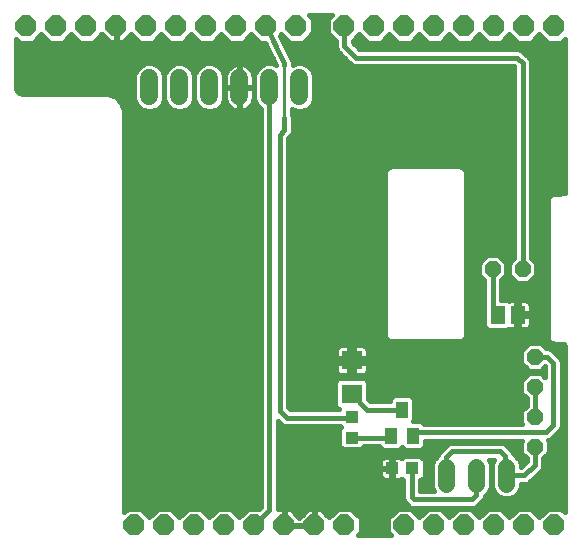
<source format=gtl>
G75*
%MOIN*%
%OFA0B0*%
%FSLAX24Y24*%
%IPPOS*%
%LPD*%
%AMOC8*
5,1,8,0,0,1.08239X$1,22.5*
%
%ADD10OC8,0.0700*%
%ADD11C,0.0600*%
%ADD12R,0.0394X0.0551*%
%ADD13R,0.0710X0.0630*%
%ADD14R,0.0433X0.0394*%
%ADD15OC8,0.0520*%
%ADD16C,0.0560*%
%ADD17R,0.0512X0.0591*%
%ADD18C,0.0160*%
%ADD19R,0.0396X0.0396*%
%ADD20C,0.0100*%
D10*
X004380Y000840D03*
X005380Y000840D03*
X006380Y000840D03*
X007380Y000840D03*
X008380Y000840D03*
X009380Y000840D03*
X010380Y000840D03*
X011380Y000840D03*
X013380Y000840D03*
X014380Y000840D03*
X015380Y000840D03*
X016380Y000840D03*
X017380Y000840D03*
X018380Y000840D03*
X018380Y017480D03*
X017380Y017480D03*
X016380Y017480D03*
X015380Y017480D03*
X014380Y017480D03*
X013380Y017480D03*
X012380Y017480D03*
X011380Y017480D03*
X009780Y017480D03*
X008780Y017480D03*
X007780Y017480D03*
X006780Y017480D03*
X005780Y017480D03*
X004780Y017480D03*
X003780Y017480D03*
X002780Y017480D03*
X001780Y017480D03*
X000780Y017480D03*
D11*
X004880Y015740D02*
X004880Y015140D01*
X005880Y015140D02*
X005880Y015740D01*
X006880Y015740D02*
X006880Y015140D01*
X007880Y015140D02*
X007880Y015740D01*
X008880Y015740D02*
X008880Y015140D01*
X009880Y015140D02*
X009880Y015740D01*
D12*
X013300Y004693D03*
X012926Y003827D03*
X013674Y003827D03*
D13*
X011620Y005220D03*
X011620Y006340D03*
D14*
X011620Y004435D03*
X011620Y003765D03*
X012965Y002740D03*
X013635Y002740D03*
D15*
X017730Y003455D03*
X017730Y004455D03*
X017730Y005455D03*
X017730Y006455D03*
X017320Y009380D03*
X016320Y009380D03*
D16*
X016780Y002780D02*
X016780Y002220D01*
X015780Y002220D02*
X015780Y002780D01*
X014780Y002780D02*
X014780Y002220D01*
D17*
X016485Y007860D03*
X017155Y007860D03*
D18*
X004040Y001278D02*
X004040Y014671D01*
X003940Y014914D01*
X003754Y015100D01*
X003511Y015200D01*
X000680Y015200D01*
X000633Y015205D01*
X000547Y015240D01*
X000480Y015307D01*
X000445Y015393D01*
X000440Y015440D01*
X000440Y017042D01*
X000552Y016930D01*
X001008Y016930D01*
X001280Y017202D01*
X001552Y016930D01*
X002008Y016930D01*
X002280Y017202D01*
X002552Y016930D01*
X003008Y016930D01*
X003294Y017216D01*
X003560Y016950D01*
X003760Y016950D01*
X003760Y017460D01*
X003800Y017460D01*
X003800Y016950D01*
X004000Y016950D01*
X004266Y017216D01*
X004552Y016930D01*
X005008Y016930D01*
X005280Y017202D01*
X005552Y016930D01*
X006008Y016930D01*
X006280Y017202D01*
X006552Y016930D01*
X007008Y016930D01*
X007280Y017202D01*
X007552Y016930D01*
X008008Y016930D01*
X008280Y017202D01*
X008552Y016930D01*
X008735Y016930D01*
X009091Y016194D01*
X008979Y016240D01*
X008781Y016240D01*
X008597Y016164D01*
X008456Y016023D01*
X008380Y015839D01*
X008380Y015041D01*
X008456Y014857D01*
X008597Y014716D01*
X008600Y014715D01*
X008600Y001456D01*
X008534Y001390D01*
X008152Y001390D01*
X007880Y001118D01*
X007608Y001390D01*
X007152Y001390D01*
X006880Y001118D01*
X006608Y001390D01*
X006152Y001390D01*
X005880Y001118D01*
X005608Y001390D01*
X005152Y001390D01*
X004880Y001118D01*
X004608Y001390D01*
X004152Y001390D01*
X004040Y001278D01*
X004040Y001352D02*
X004114Y001352D01*
X004040Y001510D02*
X008600Y001510D01*
X008600Y001669D02*
X004040Y001669D01*
X004040Y001827D02*
X008600Y001827D01*
X008600Y001986D02*
X004040Y001986D01*
X004040Y002144D02*
X008600Y002144D01*
X008600Y002303D02*
X004040Y002303D01*
X004040Y002461D02*
X008600Y002461D01*
X008600Y002620D02*
X004040Y002620D01*
X004040Y002778D02*
X008600Y002778D01*
X008600Y002937D02*
X004040Y002937D01*
X004040Y003095D02*
X008600Y003095D01*
X008600Y003254D02*
X004040Y003254D01*
X004040Y003412D02*
X008600Y003412D01*
X008600Y003571D02*
X004040Y003571D01*
X004040Y003729D02*
X008600Y003729D01*
X008600Y003888D02*
X004040Y003888D01*
X004040Y004046D02*
X008600Y004046D01*
X008600Y004205D02*
X004040Y004205D01*
X004040Y004363D02*
X008600Y004363D01*
X008600Y004522D02*
X004040Y004522D01*
X004040Y004680D02*
X008600Y004680D01*
X008600Y004839D02*
X004040Y004839D01*
X004040Y004997D02*
X008600Y004997D01*
X008600Y005156D02*
X004040Y005156D01*
X004040Y005314D02*
X008600Y005314D01*
X008600Y005473D02*
X004040Y005473D01*
X004040Y005631D02*
X008600Y005631D01*
X008600Y005790D02*
X004040Y005790D01*
X004040Y005948D02*
X008600Y005948D01*
X008600Y006107D02*
X004040Y006107D01*
X004040Y006265D02*
X008600Y006265D01*
X008600Y006424D02*
X004040Y006424D01*
X004040Y006582D02*
X008600Y006582D01*
X008600Y006741D02*
X004040Y006741D01*
X004040Y006899D02*
X008600Y006899D01*
X008600Y007058D02*
X004040Y007058D01*
X004040Y007216D02*
X008600Y007216D01*
X008600Y007375D02*
X004040Y007375D01*
X004040Y007533D02*
X008600Y007533D01*
X008600Y007692D02*
X004040Y007692D01*
X004040Y007850D02*
X008600Y007850D01*
X008600Y008009D02*
X004040Y008009D01*
X004040Y008167D02*
X008600Y008167D01*
X008600Y008326D02*
X004040Y008326D01*
X004040Y008484D02*
X008600Y008484D01*
X008600Y008643D02*
X004040Y008643D01*
X004040Y008801D02*
X008600Y008801D01*
X008600Y008960D02*
X004040Y008960D01*
X004040Y009118D02*
X008600Y009118D01*
X008600Y009277D02*
X004040Y009277D01*
X004040Y009435D02*
X008600Y009435D01*
X008600Y009594D02*
X004040Y009594D01*
X004040Y009752D02*
X008600Y009752D01*
X008600Y009911D02*
X004040Y009911D01*
X004040Y010069D02*
X008600Y010069D01*
X008600Y010228D02*
X004040Y010228D01*
X004040Y010386D02*
X008600Y010386D01*
X008600Y010545D02*
X004040Y010545D01*
X004040Y010703D02*
X008600Y010703D01*
X008600Y010862D02*
X004040Y010862D01*
X004040Y011020D02*
X008600Y011020D01*
X008600Y011179D02*
X004040Y011179D01*
X004040Y011337D02*
X008600Y011337D01*
X008600Y011496D02*
X004040Y011496D01*
X004040Y011654D02*
X008600Y011654D01*
X008600Y011813D02*
X004040Y011813D01*
X004040Y011971D02*
X008600Y011971D01*
X008600Y012130D02*
X004040Y012130D01*
X004040Y012288D02*
X008600Y012288D01*
X008600Y012447D02*
X004040Y012447D01*
X004040Y012605D02*
X008600Y012605D01*
X008600Y012764D02*
X004040Y012764D01*
X004040Y012922D02*
X008600Y012922D01*
X008600Y013081D02*
X004040Y013081D01*
X004040Y013239D02*
X008600Y013239D01*
X008600Y013398D02*
X004040Y013398D01*
X004040Y013556D02*
X008600Y013556D01*
X008600Y013715D02*
X004040Y013715D01*
X004040Y013873D02*
X008600Y013873D01*
X008600Y014032D02*
X004040Y014032D01*
X004040Y014190D02*
X008600Y014190D01*
X008600Y014349D02*
X004040Y014349D01*
X004040Y014507D02*
X008600Y014507D01*
X008600Y014666D02*
X007953Y014666D01*
X007918Y014660D02*
X007992Y014672D01*
X008064Y014695D01*
X008132Y014729D01*
X008193Y014774D01*
X008246Y014827D01*
X008291Y014888D01*
X008325Y014956D01*
X008348Y015028D01*
X008360Y015102D01*
X008360Y015420D01*
X007900Y015420D01*
X007900Y015460D01*
X007860Y015460D01*
X007860Y016220D01*
X007842Y016220D01*
X007768Y016208D01*
X007696Y016185D01*
X007628Y016151D01*
X007567Y016106D01*
X007514Y016053D01*
X007469Y015992D01*
X007435Y015924D01*
X007412Y015852D01*
X007400Y015778D01*
X007400Y015460D01*
X007860Y015460D01*
X007860Y015420D01*
X007400Y015420D01*
X007400Y015102D01*
X007412Y015028D01*
X007435Y014956D01*
X007469Y014888D01*
X007514Y014827D01*
X007567Y014774D01*
X007628Y014729D01*
X007696Y014695D01*
X007768Y014672D01*
X007842Y014660D01*
X007860Y014660D01*
X007860Y015420D01*
X007900Y015420D01*
X007900Y014660D01*
X007918Y014660D01*
X007900Y014666D02*
X007860Y014666D01*
X007807Y014666D02*
X007041Y014666D01*
X006979Y014640D02*
X007163Y014716D01*
X007304Y014857D01*
X007380Y015041D01*
X007380Y015839D01*
X007304Y016023D01*
X007163Y016164D01*
X006979Y016240D01*
X006781Y016240D01*
X006597Y016164D01*
X006456Y016023D01*
X006380Y015839D01*
X006304Y016023D01*
X006163Y016164D01*
X005979Y016240D01*
X005781Y016240D01*
X005597Y016164D01*
X005456Y016023D01*
X005380Y015839D01*
X005304Y016023D01*
X005163Y016164D01*
X004979Y016240D01*
X004781Y016240D01*
X004597Y016164D01*
X004456Y016023D01*
X004380Y015839D01*
X004380Y015041D01*
X004456Y014857D01*
X004597Y014716D01*
X004781Y014640D01*
X004979Y014640D01*
X005163Y014716D01*
X005304Y014857D01*
X005380Y015041D01*
X005380Y015839D01*
X005380Y015041D01*
X005456Y014857D01*
X005597Y014716D01*
X005781Y014640D01*
X005979Y014640D01*
X006163Y014716D01*
X006304Y014857D01*
X006380Y015041D01*
X006380Y015839D01*
X006380Y015041D01*
X006456Y014857D01*
X006597Y014716D01*
X006781Y014640D01*
X006979Y014640D01*
X007271Y014824D02*
X007517Y014824D01*
X007426Y014983D02*
X007356Y014983D01*
X007380Y015141D02*
X007400Y015141D01*
X007400Y015300D02*
X007380Y015300D01*
X007380Y015458D02*
X007860Y015458D01*
X007900Y015458D02*
X008380Y015458D01*
X008360Y015460D02*
X008360Y015778D01*
X008348Y015852D01*
X008325Y015924D01*
X008291Y015992D01*
X008246Y016053D01*
X008193Y016106D01*
X008132Y016151D01*
X008064Y016185D01*
X007992Y016208D01*
X007918Y016220D01*
X007900Y016220D01*
X007900Y015460D01*
X008360Y015460D01*
X008360Y015617D02*
X008380Y015617D01*
X008380Y015775D02*
X008360Y015775D01*
X008320Y015934D02*
X008419Y015934D01*
X008525Y016092D02*
X008207Y016092D01*
X007900Y016092D02*
X007860Y016092D01*
X007860Y015934D02*
X007900Y015934D01*
X007900Y015775D02*
X007860Y015775D01*
X007860Y015617D02*
X007900Y015617D01*
X007900Y015300D02*
X007860Y015300D01*
X007860Y015141D02*
X007900Y015141D01*
X007900Y014983D02*
X007860Y014983D01*
X007860Y014824D02*
X007900Y014824D01*
X008243Y014824D02*
X008489Y014824D01*
X008404Y014983D02*
X008334Y014983D01*
X008360Y015141D02*
X008380Y015141D01*
X008380Y015300D02*
X008360Y015300D01*
X008880Y015440D02*
X008880Y001340D01*
X008380Y000840D01*
X007955Y001193D02*
X007805Y001193D01*
X007646Y001352D02*
X008114Y001352D01*
X007114Y001352D02*
X006646Y001352D01*
X006805Y001193D02*
X006955Y001193D01*
X006114Y001352D02*
X005646Y001352D01*
X005805Y001193D02*
X005955Y001193D01*
X005114Y001352D02*
X004646Y001352D01*
X004805Y001193D02*
X004955Y001193D01*
X009160Y001370D02*
X009160Y004324D01*
X009223Y004261D01*
X009301Y004183D01*
X009404Y004140D01*
X011218Y004140D01*
X011258Y004100D01*
X011203Y004045D01*
X011203Y003486D01*
X011321Y003369D01*
X011919Y003369D01*
X012036Y003485D01*
X012529Y003485D01*
X012529Y003468D01*
X012646Y003351D01*
X013206Y003351D01*
X013300Y003446D01*
X013394Y003351D01*
X013954Y003351D01*
X014071Y003468D01*
X014071Y003660D01*
X017285Y003660D01*
X017270Y003645D01*
X017270Y003264D01*
X017450Y003084D01*
X017450Y002966D01*
X017264Y002780D01*
X017260Y002780D01*
X017260Y002875D01*
X017187Y003052D01*
X017052Y003187D01*
X017018Y003201D01*
X016977Y003299D01*
X016739Y003537D01*
X016636Y003580D01*
X014924Y003580D01*
X014821Y003537D01*
X014743Y003459D01*
X014543Y003259D01*
X014514Y003189D01*
X014508Y003187D01*
X014373Y003052D01*
X014300Y002875D01*
X014300Y002125D01*
X014360Y001980D01*
X013900Y001980D01*
X013900Y002343D01*
X013934Y002343D01*
X014051Y002460D01*
X014051Y003020D01*
X013934Y003137D01*
X013335Y003137D01*
X013284Y003086D01*
X013251Y003105D01*
X013206Y003117D01*
X012984Y003117D01*
X012984Y002758D01*
X012947Y002758D01*
X012947Y002722D01*
X012569Y002722D01*
X012569Y002519D01*
X012581Y002474D01*
X012605Y002433D01*
X012638Y002399D01*
X012679Y002375D01*
X012725Y002363D01*
X012947Y002363D01*
X012947Y002722D01*
X012984Y002722D01*
X012984Y002363D01*
X013206Y002363D01*
X013251Y002375D01*
X013284Y002394D01*
X013335Y002343D01*
X013340Y002343D01*
X013340Y001724D01*
X013383Y001621D01*
X013461Y001543D01*
X013461Y001543D01*
X013463Y001541D01*
X013541Y001463D01*
X013644Y001420D01*
X015676Y001420D01*
X015779Y001463D01*
X015857Y001541D01*
X016017Y001701D01*
X016060Y001804D01*
X016060Y001821D01*
X016187Y001948D01*
X016260Y002125D01*
X016260Y002875D01*
X016200Y003020D01*
X016360Y003020D01*
X016300Y002875D01*
X016300Y002125D01*
X016373Y001948D01*
X016508Y001813D01*
X016685Y001740D01*
X016875Y001740D01*
X017052Y001813D01*
X017187Y001948D01*
X017260Y002125D01*
X017260Y002220D01*
X017436Y002220D01*
X017539Y002263D01*
X017617Y002341D01*
X017967Y002691D01*
X018010Y002794D01*
X018010Y003084D01*
X018190Y003264D01*
X018190Y003645D01*
X018170Y003666D01*
X018259Y003703D01*
X018337Y003781D01*
X018577Y004021D01*
X018620Y004124D01*
X018620Y006316D01*
X018577Y006419D01*
X018499Y006497D01*
X018304Y006692D01*
X018201Y006735D01*
X018101Y006735D01*
X017921Y006915D01*
X017540Y006915D01*
X017270Y006645D01*
X017270Y006264D01*
X017540Y005995D01*
X017921Y005995D01*
X018060Y006134D01*
X018060Y005776D01*
X017921Y005915D01*
X017540Y005915D01*
X017270Y005645D01*
X017270Y005264D01*
X017450Y005084D01*
X017450Y004825D01*
X017270Y004645D01*
X017270Y004264D01*
X017315Y004220D01*
X014036Y004220D01*
X013954Y004303D01*
X013665Y004303D01*
X013697Y004335D01*
X013697Y005052D01*
X013580Y005169D01*
X013020Y005169D01*
X012903Y005052D01*
X012903Y004973D01*
X012263Y004973D01*
X012175Y005061D01*
X012175Y005618D01*
X012058Y005735D01*
X011182Y005735D01*
X011065Y005618D01*
X011065Y004822D01*
X011182Y004705D01*
X011203Y004705D01*
X011203Y004700D01*
X009576Y004700D01*
X009500Y004776D01*
X009500Y013744D01*
X009539Y013783D01*
X009617Y013861D01*
X009660Y013964D01*
X009660Y014476D01*
X009630Y014548D01*
X009630Y014702D01*
X009781Y014640D01*
X009979Y014640D01*
X010163Y014716D01*
X010304Y014857D01*
X010380Y015041D01*
X010380Y015839D01*
X010304Y016023D01*
X010163Y016164D01*
X009979Y016240D01*
X009781Y016240D01*
X009660Y016190D01*
X009660Y016193D01*
X009663Y016201D01*
X009660Y016248D01*
X009660Y016296D01*
X009657Y016303D01*
X009656Y016312D01*
X009636Y016355D01*
X009617Y016399D01*
X009611Y016405D01*
X009243Y017165D01*
X009280Y017202D01*
X009552Y016930D01*
X010008Y016930D01*
X010330Y017252D01*
X010330Y017708D01*
X010198Y017840D01*
X010962Y017840D01*
X010830Y017708D01*
X010830Y017252D01*
X011100Y016982D01*
X011100Y016764D01*
X011143Y016661D01*
X011543Y016261D01*
X011621Y016183D01*
X011724Y016140D01*
X017024Y016140D01*
X017040Y016124D01*
X017040Y009751D01*
X016860Y009571D01*
X016860Y009189D01*
X017129Y008920D01*
X017511Y008920D01*
X017780Y009189D01*
X017780Y009571D01*
X017600Y009751D01*
X017600Y016296D01*
X017557Y016399D01*
X017377Y016579D01*
X017299Y016657D01*
X017196Y016700D01*
X011896Y016700D01*
X011660Y016936D01*
X011660Y016982D01*
X011880Y017202D01*
X012152Y016930D01*
X012608Y016930D01*
X012880Y017202D01*
X013152Y016930D01*
X013608Y016930D01*
X013880Y017202D01*
X014152Y016930D01*
X014608Y016930D01*
X014880Y017202D01*
X015152Y016930D01*
X015608Y016930D01*
X015880Y017202D01*
X016152Y016930D01*
X016608Y016930D01*
X016880Y017202D01*
X017152Y016930D01*
X017608Y016930D01*
X017880Y017202D01*
X018152Y016930D01*
X018608Y016930D01*
X018720Y017042D01*
X018720Y011940D01*
X018719Y011932D01*
X018713Y011918D01*
X018702Y011907D01*
X018688Y011901D01*
X018680Y011900D01*
X018628Y011900D01*
X018580Y011880D01*
X018368Y011880D01*
X018273Y011840D01*
X018200Y011767D01*
X018160Y011672D01*
X018160Y007088D01*
X018200Y006993D01*
X018273Y006920D01*
X018368Y006880D01*
X018660Y006880D01*
X018672Y006879D01*
X018693Y006870D01*
X018710Y006853D01*
X018719Y006832D01*
X018720Y006820D01*
X018720Y001278D01*
X018608Y001390D01*
X018152Y001390D01*
X017880Y001118D01*
X017608Y001390D01*
X017152Y001390D01*
X016880Y001118D01*
X016608Y001390D01*
X016152Y001390D01*
X015880Y001118D01*
X015608Y001390D01*
X015152Y001390D01*
X014880Y001118D01*
X014608Y001390D01*
X014152Y001390D01*
X013880Y001118D01*
X013608Y001390D01*
X013152Y001390D01*
X012830Y001068D01*
X012830Y000612D01*
X012942Y000500D01*
X011818Y000500D01*
X011930Y000612D01*
X011930Y001068D01*
X011608Y001390D01*
X011152Y001390D01*
X010866Y001104D01*
X010600Y001370D01*
X010400Y001370D01*
X010400Y000860D01*
X010360Y000860D01*
X010360Y001370D01*
X010160Y001370D01*
X009880Y001090D01*
X009600Y001370D01*
X009400Y001370D01*
X009400Y000860D01*
X009850Y000860D01*
X010360Y000860D01*
X010360Y000820D01*
X009400Y000820D01*
X009400Y000860D01*
X009360Y000860D01*
X009360Y001370D01*
X009160Y001370D01*
X009160Y001370D01*
X009160Y001510D02*
X013494Y001510D01*
X013463Y001541D02*
X013463Y001541D01*
X013363Y001669D02*
X009160Y001669D01*
X009160Y001827D02*
X013340Y001827D01*
X013340Y001986D02*
X009160Y001986D01*
X009160Y002144D02*
X013340Y002144D01*
X013340Y002303D02*
X009160Y002303D01*
X009160Y002461D02*
X012588Y002461D01*
X012569Y002620D02*
X009160Y002620D01*
X009160Y002778D02*
X012569Y002778D01*
X012569Y002758D02*
X012947Y002758D01*
X012947Y003117D01*
X012725Y003117D01*
X012679Y003105D01*
X012638Y003081D01*
X012605Y003047D01*
X012581Y003006D01*
X012569Y002961D01*
X012569Y002758D01*
X012569Y002937D02*
X009160Y002937D01*
X009160Y003095D02*
X012663Y003095D01*
X012947Y003095D02*
X012984Y003095D01*
X012984Y002937D02*
X012947Y002937D01*
X012947Y002778D02*
X012984Y002778D01*
X012984Y002620D02*
X012947Y002620D01*
X012947Y002461D02*
X012984Y002461D01*
X013620Y002725D02*
X013635Y002740D01*
X013620Y002725D02*
X013620Y001780D01*
X013700Y001700D01*
X015620Y001700D01*
X015780Y001860D01*
X015780Y002500D01*
X016260Y002461D02*
X016300Y002461D01*
X016300Y002303D02*
X016260Y002303D01*
X016260Y002144D02*
X016300Y002144D01*
X016358Y001986D02*
X016202Y001986D01*
X016066Y001827D02*
X016494Y001827D01*
X016646Y001352D02*
X017114Y001352D01*
X016955Y001193D02*
X016805Y001193D01*
X017066Y001827D02*
X018720Y001827D01*
X018720Y001669D02*
X015984Y001669D01*
X015826Y001510D02*
X018720Y001510D01*
X018720Y001352D02*
X018646Y001352D01*
X018114Y001352D02*
X017646Y001352D01*
X017805Y001193D02*
X017955Y001193D01*
X017202Y001986D02*
X018720Y001986D01*
X018720Y002144D02*
X017260Y002144D01*
X017578Y002303D02*
X018720Y002303D01*
X018720Y002461D02*
X017737Y002461D01*
X017895Y002620D02*
X018720Y002620D01*
X018720Y002778D02*
X018003Y002778D01*
X018010Y002937D02*
X018720Y002937D01*
X018720Y003095D02*
X018021Y003095D01*
X018179Y003254D02*
X018720Y003254D01*
X018720Y003412D02*
X018190Y003412D01*
X018190Y003571D02*
X018720Y003571D01*
X018720Y003729D02*
X018285Y003729D01*
X018443Y003888D02*
X018720Y003888D01*
X018720Y004046D02*
X018588Y004046D01*
X018620Y004205D02*
X018720Y004205D01*
X018720Y004363D02*
X018620Y004363D01*
X018620Y004522D02*
X018720Y004522D01*
X018720Y004680D02*
X018620Y004680D01*
X018620Y004839D02*
X018720Y004839D01*
X018720Y004997D02*
X018620Y004997D01*
X018620Y005156D02*
X018720Y005156D01*
X018720Y005314D02*
X018620Y005314D01*
X018620Y005473D02*
X018720Y005473D01*
X018720Y005631D02*
X018620Y005631D01*
X018620Y005790D02*
X018720Y005790D01*
X018720Y005948D02*
X018620Y005948D01*
X018620Y006107D02*
X018720Y006107D01*
X018720Y006265D02*
X018620Y006265D01*
X018572Y006424D02*
X018720Y006424D01*
X018720Y006582D02*
X018414Y006582D01*
X018145Y006455D02*
X018340Y006260D01*
X018340Y004180D01*
X018100Y003940D01*
X013787Y003940D01*
X013674Y003827D01*
X014071Y003571D02*
X014901Y003571D01*
X014696Y003412D02*
X014014Y003412D01*
X013976Y003095D02*
X014416Y003095D01*
X014325Y002937D02*
X014051Y002937D01*
X014051Y002778D02*
X014300Y002778D01*
X014300Y002620D02*
X014051Y002620D01*
X014051Y002461D02*
X014300Y002461D01*
X014300Y002303D02*
X013900Y002303D01*
X013900Y002144D02*
X014300Y002144D01*
X014358Y001986D02*
X013900Y001986D01*
X014114Y001352D02*
X013646Y001352D01*
X013805Y001193D02*
X013955Y001193D01*
X014646Y001352D02*
X015114Y001352D01*
X014955Y001193D02*
X014805Y001193D01*
X015646Y001352D02*
X016114Y001352D01*
X015955Y001193D02*
X015805Y001193D01*
X016780Y002500D02*
X017380Y002500D01*
X017730Y002850D01*
X017730Y003455D01*
X017439Y003095D02*
X017144Y003095D01*
X017235Y002937D02*
X017421Y002937D01*
X017281Y003254D02*
X016996Y003254D01*
X016864Y003412D02*
X017270Y003412D01*
X017270Y003571D02*
X016659Y003571D01*
X016580Y003300D02*
X016740Y003140D01*
X016740Y002540D01*
X016780Y002500D01*
X016300Y002620D02*
X016260Y002620D01*
X016260Y002778D02*
X016300Y002778D01*
X016325Y002937D02*
X016235Y002937D01*
X016580Y003300D02*
X014980Y003300D01*
X014780Y003100D01*
X014780Y002500D01*
X014541Y003254D02*
X009160Y003254D01*
X009160Y003412D02*
X011277Y003412D01*
X011203Y003571D02*
X009160Y003571D01*
X009160Y003729D02*
X011203Y003729D01*
X011203Y003888D02*
X009160Y003888D01*
X009160Y004046D02*
X011204Y004046D01*
X011605Y004420D02*
X011620Y004435D01*
X011605Y004420D02*
X009460Y004420D01*
X009220Y004660D01*
X009220Y013860D01*
X009380Y014020D01*
X009380Y014420D01*
X009647Y014507D02*
X017040Y014507D01*
X017040Y014349D02*
X009660Y014349D01*
X009660Y014190D02*
X017040Y014190D01*
X017040Y014032D02*
X009660Y014032D01*
X009622Y013873D02*
X017040Y013873D01*
X017040Y013715D02*
X009500Y013715D01*
X009500Y013556D02*
X017040Y013556D01*
X017040Y013398D02*
X009500Y013398D01*
X009500Y013239D02*
X017040Y013239D01*
X017040Y013081D02*
X009500Y013081D01*
X009500Y012922D02*
X017040Y012922D01*
X017040Y012764D02*
X015320Y012764D01*
X015327Y012760D02*
X015232Y012800D01*
X012928Y012800D01*
X012833Y012760D01*
X012760Y012687D01*
X012720Y012592D01*
X012720Y007188D01*
X012760Y007093D01*
X012833Y007020D01*
X012928Y006980D01*
X013032Y006980D01*
X015232Y006980D01*
X015327Y007020D01*
X015400Y007093D01*
X015440Y007188D01*
X015440Y012592D01*
X015400Y012687D01*
X015327Y012760D01*
X015434Y012605D02*
X017040Y012605D01*
X017040Y012447D02*
X015440Y012447D01*
X015440Y012288D02*
X017040Y012288D01*
X017040Y012130D02*
X015440Y012130D01*
X015440Y011971D02*
X017040Y011971D01*
X017040Y011813D02*
X015440Y011813D01*
X015440Y011654D02*
X017040Y011654D01*
X017040Y011496D02*
X015440Y011496D01*
X015440Y011337D02*
X017040Y011337D01*
X017040Y011179D02*
X015440Y011179D01*
X015440Y011020D02*
X017040Y011020D01*
X017040Y010862D02*
X015440Y010862D01*
X015440Y010703D02*
X017040Y010703D01*
X017040Y010545D02*
X015440Y010545D01*
X015440Y010386D02*
X017040Y010386D01*
X017040Y010228D02*
X015440Y010228D01*
X015440Y010069D02*
X017040Y010069D01*
X017040Y009911D02*
X015440Y009911D01*
X015440Y009752D02*
X016041Y009752D01*
X016129Y009840D02*
X015860Y009571D01*
X015860Y009189D01*
X016040Y009009D01*
X016040Y008249D01*
X016029Y008238D01*
X016029Y007482D01*
X016147Y007365D01*
X016824Y007365D01*
X016851Y007391D01*
X016875Y007385D01*
X017107Y007385D01*
X017107Y007812D01*
X017203Y007812D01*
X017203Y007908D01*
X017591Y007908D01*
X017591Y008179D01*
X017578Y008225D01*
X017555Y008266D01*
X017521Y008299D01*
X017480Y008323D01*
X017434Y008335D01*
X017203Y008335D01*
X017203Y007908D01*
X017107Y007908D01*
X017107Y008335D01*
X016875Y008335D01*
X016851Y008329D01*
X016824Y008355D01*
X016600Y008355D01*
X016600Y009009D01*
X016780Y009189D01*
X016780Y009571D01*
X016511Y009840D01*
X016129Y009840D01*
X015883Y009594D02*
X015440Y009594D01*
X015440Y009435D02*
X015860Y009435D01*
X015860Y009277D02*
X015440Y009277D01*
X015440Y009118D02*
X015931Y009118D01*
X016040Y008960D02*
X015440Y008960D01*
X015440Y008801D02*
X016040Y008801D01*
X016040Y008643D02*
X015440Y008643D01*
X015440Y008484D02*
X016040Y008484D01*
X016040Y008326D02*
X015440Y008326D01*
X015440Y008167D02*
X016029Y008167D01*
X016029Y008009D02*
X015440Y008009D01*
X015440Y007850D02*
X016029Y007850D01*
X016029Y007692D02*
X015440Y007692D01*
X015440Y007533D02*
X016029Y007533D01*
X016137Y007375D02*
X015440Y007375D01*
X015440Y007216D02*
X018160Y007216D01*
X018160Y007375D02*
X016834Y007375D01*
X017107Y007533D02*
X017203Y007533D01*
X017203Y007385D02*
X017434Y007385D01*
X017480Y007397D01*
X017521Y007421D01*
X017555Y007454D01*
X017578Y007495D01*
X017591Y007541D01*
X017591Y007812D01*
X017203Y007812D01*
X017203Y007385D01*
X017203Y007692D02*
X017107Y007692D01*
X017203Y007850D02*
X018160Y007850D01*
X018160Y007692D02*
X017591Y007692D01*
X017588Y007533D02*
X018160Y007533D01*
X018160Y008009D02*
X017591Y008009D01*
X017591Y008167D02*
X018160Y008167D01*
X018160Y008326D02*
X017471Y008326D01*
X017203Y008326D02*
X017107Y008326D01*
X017107Y008167D02*
X017203Y008167D01*
X017203Y008009D02*
X017107Y008009D01*
X016485Y007860D02*
X016320Y008025D01*
X016320Y009380D01*
X016780Y009435D02*
X016860Y009435D01*
X016860Y009277D02*
X016780Y009277D01*
X016709Y009118D02*
X016931Y009118D01*
X017090Y008960D02*
X016600Y008960D01*
X016600Y008801D02*
X018160Y008801D01*
X018160Y008643D02*
X016600Y008643D01*
X016600Y008484D02*
X018160Y008484D01*
X018160Y008960D02*
X017550Y008960D01*
X017709Y009118D02*
X018160Y009118D01*
X018160Y009277D02*
X017780Y009277D01*
X017780Y009435D02*
X018160Y009435D01*
X018160Y009594D02*
X017757Y009594D01*
X017600Y009752D02*
X018160Y009752D01*
X018160Y009911D02*
X017600Y009911D01*
X017600Y010069D02*
X018160Y010069D01*
X018160Y010228D02*
X017600Y010228D01*
X017600Y010386D02*
X018160Y010386D01*
X018160Y010545D02*
X017600Y010545D01*
X017600Y010703D02*
X018160Y010703D01*
X018160Y010862D02*
X017600Y010862D01*
X017600Y011020D02*
X018160Y011020D01*
X018160Y011179D02*
X017600Y011179D01*
X017600Y011337D02*
X018160Y011337D01*
X018160Y011496D02*
X017600Y011496D01*
X017600Y011654D02*
X018160Y011654D01*
X018245Y011813D02*
X017600Y011813D01*
X017600Y011971D02*
X018720Y011971D01*
X018720Y012130D02*
X017600Y012130D01*
X017600Y012288D02*
X018720Y012288D01*
X018720Y012447D02*
X017600Y012447D01*
X017600Y012605D02*
X018720Y012605D01*
X018720Y012764D02*
X017600Y012764D01*
X017600Y012922D02*
X018720Y012922D01*
X018720Y013081D02*
X017600Y013081D01*
X017600Y013239D02*
X018720Y013239D01*
X018720Y013398D02*
X017600Y013398D01*
X017600Y013556D02*
X018720Y013556D01*
X018720Y013715D02*
X017600Y013715D01*
X017600Y013873D02*
X018720Y013873D01*
X018720Y014032D02*
X017600Y014032D01*
X017600Y014190D02*
X018720Y014190D01*
X018720Y014349D02*
X017600Y014349D01*
X017600Y014507D02*
X018720Y014507D01*
X018720Y014666D02*
X017600Y014666D01*
X017600Y014824D02*
X018720Y014824D01*
X018720Y014983D02*
X017600Y014983D01*
X017600Y015141D02*
X018720Y015141D01*
X018720Y015300D02*
X017600Y015300D01*
X017600Y015458D02*
X018720Y015458D01*
X018720Y015617D02*
X017600Y015617D01*
X017600Y015775D02*
X018720Y015775D01*
X018720Y015934D02*
X017600Y015934D01*
X017600Y016092D02*
X018720Y016092D01*
X018720Y016251D02*
X017600Y016251D01*
X017547Y016409D02*
X018720Y016409D01*
X018720Y016568D02*
X017388Y016568D01*
X017140Y016420D02*
X011780Y016420D01*
X011380Y016820D01*
X011380Y017480D01*
X010830Y017519D02*
X010330Y017519D01*
X010330Y017677D02*
X010830Y017677D01*
X010958Y017836D02*
X010202Y017836D01*
X010330Y017360D02*
X010830Y017360D01*
X010881Y017202D02*
X010279Y017202D01*
X010121Y017043D02*
X011039Y017043D01*
X011100Y016885D02*
X009379Y016885D01*
X009439Y017043D02*
X009302Y017043D01*
X009279Y017202D02*
X009281Y017202D01*
X008780Y017480D02*
X009380Y016240D01*
X009380Y016180D01*
X009660Y016251D02*
X011553Y016251D01*
X011543Y016261D02*
X011543Y016261D01*
X011395Y016409D02*
X009609Y016409D01*
X009533Y016568D02*
X011236Y016568D01*
X011116Y016726D02*
X009456Y016726D01*
X008987Y016409D02*
X000440Y016409D01*
X000440Y016251D02*
X009064Y016251D01*
X008910Y016568D02*
X000440Y016568D01*
X000440Y016726D02*
X008834Y016726D01*
X008757Y016885D02*
X000440Y016885D01*
X001121Y017043D02*
X001439Y017043D01*
X001281Y017202D02*
X001279Y017202D01*
X002121Y017043D02*
X002439Y017043D01*
X002281Y017202D02*
X002279Y017202D01*
X003121Y017043D02*
X003467Y017043D01*
X003309Y017202D02*
X003279Y017202D01*
X003760Y017202D02*
X003800Y017202D01*
X003800Y017360D02*
X003760Y017360D01*
X003760Y017043D02*
X003800Y017043D01*
X004093Y017043D02*
X004439Y017043D01*
X004281Y017202D02*
X004251Y017202D01*
X005121Y017043D02*
X005439Y017043D01*
X005281Y017202D02*
X005279Y017202D01*
X006121Y017043D02*
X006439Y017043D01*
X006281Y017202D02*
X006279Y017202D01*
X007121Y017043D02*
X007439Y017043D01*
X007281Y017202D02*
X007279Y017202D01*
X008121Y017043D02*
X008439Y017043D01*
X008281Y017202D02*
X008279Y017202D01*
X007553Y016092D02*
X007235Y016092D01*
X007341Y015934D02*
X007440Y015934D01*
X007400Y015775D02*
X007380Y015775D01*
X007380Y015617D02*
X007400Y015617D01*
X006525Y016092D02*
X006235Y016092D01*
X006341Y015934D02*
X006419Y015934D01*
X006380Y015775D02*
X006380Y015775D01*
X006380Y015617D02*
X006380Y015617D01*
X006380Y015458D02*
X006380Y015458D01*
X006380Y015300D02*
X006380Y015300D01*
X006380Y015141D02*
X006380Y015141D01*
X006356Y014983D02*
X006404Y014983D01*
X006489Y014824D02*
X006271Y014824D01*
X006041Y014666D02*
X006719Y014666D01*
X005719Y014666D02*
X005041Y014666D01*
X005271Y014824D02*
X005489Y014824D01*
X005404Y014983D02*
X005356Y014983D01*
X005380Y015141D02*
X005380Y015141D01*
X005380Y015300D02*
X005380Y015300D01*
X005380Y015458D02*
X005380Y015458D01*
X005380Y015617D02*
X005380Y015617D01*
X005380Y015775D02*
X005380Y015775D01*
X005341Y015934D02*
X005419Y015934D01*
X005525Y016092D02*
X005235Y016092D01*
X004525Y016092D02*
X000440Y016092D01*
X000440Y015934D02*
X004419Y015934D01*
X004380Y015775D02*
X000440Y015775D01*
X000440Y015617D02*
X004380Y015617D01*
X004380Y015458D02*
X000440Y015458D01*
X000488Y015300D02*
X004380Y015300D01*
X004380Y015141D02*
X003654Y015141D01*
X003754Y015100D02*
X003754Y015100D01*
X003871Y014983D02*
X004404Y014983D01*
X004489Y014824D02*
X003977Y014824D01*
X003940Y014914D02*
X003940Y014914D01*
X004040Y014666D02*
X004719Y014666D01*
X009500Y012764D02*
X012840Y012764D01*
X012726Y012605D02*
X009500Y012605D01*
X009500Y012447D02*
X012720Y012447D01*
X012720Y012288D02*
X009500Y012288D01*
X009500Y012130D02*
X012720Y012130D01*
X012720Y011971D02*
X009500Y011971D01*
X009500Y011813D02*
X012720Y011813D01*
X012720Y011654D02*
X009500Y011654D01*
X009500Y011496D02*
X012720Y011496D01*
X012720Y011337D02*
X009500Y011337D01*
X009500Y011179D02*
X012720Y011179D01*
X012720Y011020D02*
X009500Y011020D01*
X009500Y010862D02*
X012720Y010862D01*
X012720Y010703D02*
X009500Y010703D01*
X009500Y010545D02*
X012720Y010545D01*
X012720Y010386D02*
X009500Y010386D01*
X009500Y010228D02*
X012720Y010228D01*
X012720Y010069D02*
X009500Y010069D01*
X009500Y009911D02*
X012720Y009911D01*
X012720Y009752D02*
X009500Y009752D01*
X009500Y009594D02*
X012720Y009594D01*
X012720Y009435D02*
X009500Y009435D01*
X009500Y009277D02*
X012720Y009277D01*
X012720Y009118D02*
X009500Y009118D01*
X009500Y008960D02*
X012720Y008960D01*
X012720Y008801D02*
X009500Y008801D01*
X009500Y008643D02*
X012720Y008643D01*
X012720Y008484D02*
X009500Y008484D01*
X009500Y008326D02*
X012720Y008326D01*
X012720Y008167D02*
X009500Y008167D01*
X009500Y008009D02*
X012720Y008009D01*
X012720Y007850D02*
X009500Y007850D01*
X009500Y007692D02*
X012720Y007692D01*
X012720Y007533D02*
X009500Y007533D01*
X009500Y007375D02*
X012720Y007375D01*
X012720Y007216D02*
X009500Y007216D01*
X009500Y007058D02*
X012795Y007058D01*
X012143Y006724D02*
X012119Y006765D01*
X012085Y006799D01*
X012044Y006823D01*
X011999Y006835D01*
X011697Y006835D01*
X011697Y006417D01*
X011543Y006417D01*
X011543Y006835D01*
X011241Y006835D01*
X011196Y006823D01*
X011155Y006799D01*
X011121Y006765D01*
X011097Y006724D01*
X011085Y006679D01*
X011085Y006417D01*
X011543Y006417D01*
X011543Y006262D01*
X011697Y006262D01*
X011697Y005845D01*
X011999Y005845D01*
X012044Y005857D01*
X012085Y005881D01*
X012119Y005914D01*
X012143Y005955D01*
X012155Y006001D01*
X012155Y006262D01*
X011697Y006262D01*
X011697Y006417D01*
X012155Y006417D01*
X012155Y006679D01*
X012143Y006724D01*
X012133Y006741D02*
X017365Y006741D01*
X017270Y006582D02*
X012155Y006582D01*
X012155Y006424D02*
X017270Y006424D01*
X017270Y006265D02*
X011697Y006265D01*
X011543Y006265D02*
X009500Y006265D01*
X009500Y006107D02*
X011085Y006107D01*
X011085Y006001D02*
X011097Y005955D01*
X011121Y005914D01*
X011155Y005881D01*
X011196Y005857D01*
X011241Y005845D01*
X011543Y005845D01*
X011543Y006262D01*
X011085Y006262D01*
X011085Y006001D01*
X011102Y005948D02*
X009500Y005948D01*
X009500Y005790D02*
X017414Y005790D01*
X017270Y005631D02*
X012162Y005631D01*
X012175Y005473D02*
X017270Y005473D01*
X017270Y005314D02*
X012175Y005314D01*
X012175Y005156D02*
X013007Y005156D01*
X012903Y004997D02*
X012239Y004997D01*
X012147Y004693D02*
X011620Y005220D01*
X011065Y005156D02*
X009500Y005156D01*
X009500Y005314D02*
X011065Y005314D01*
X011065Y005473D02*
X009500Y005473D01*
X009500Y005631D02*
X011078Y005631D01*
X011543Y005948D02*
X011697Y005948D01*
X011697Y006107D02*
X011543Y006107D01*
X011543Y006424D02*
X011697Y006424D01*
X011697Y006582D02*
X011543Y006582D01*
X011543Y006741D02*
X011697Y006741D01*
X011107Y006741D02*
X009500Y006741D01*
X009500Y006899D02*
X017524Y006899D01*
X017730Y006455D02*
X018145Y006455D01*
X018095Y006741D02*
X018720Y006741D01*
X018322Y006899D02*
X017937Y006899D01*
X018173Y007058D02*
X015365Y007058D01*
X017428Y006107D02*
X012155Y006107D01*
X012138Y005948D02*
X018060Y005948D01*
X018046Y005790D02*
X018060Y005790D01*
X018060Y006107D02*
X018032Y006107D01*
X017730Y005455D02*
X017730Y004455D01*
X017450Y004839D02*
X013697Y004839D01*
X013697Y004997D02*
X017450Y004997D01*
X017379Y005156D02*
X013593Y005156D01*
X013697Y004680D02*
X017305Y004680D01*
X017270Y004522D02*
X013697Y004522D01*
X013697Y004363D02*
X017270Y004363D01*
X013300Y004693D02*
X012147Y004693D01*
X011620Y003765D02*
X012864Y003765D01*
X012926Y003827D01*
X013266Y003412D02*
X013334Y003412D01*
X013293Y003095D02*
X013268Y003095D01*
X012586Y003412D02*
X011963Y003412D01*
X011065Y004839D02*
X009500Y004839D01*
X009500Y004997D02*
X011065Y004997D01*
X011085Y006424D02*
X009500Y006424D01*
X009500Y006582D02*
X011085Y006582D01*
X009223Y004261D02*
X009223Y004261D01*
X009280Y004205D02*
X009160Y004205D01*
X009360Y001352D02*
X009400Y001352D01*
X009400Y001193D02*
X009360Y001193D01*
X009360Y001035D02*
X009400Y001035D01*
X009400Y000876D02*
X009360Y000876D01*
X009777Y001193D02*
X009983Y001193D01*
X010142Y001352D02*
X009618Y001352D01*
X010360Y001352D02*
X010400Y001352D01*
X010400Y001193D02*
X010360Y001193D01*
X010360Y001035D02*
X010400Y001035D01*
X010400Y000876D02*
X010360Y000876D01*
X010777Y001193D02*
X010955Y001193D01*
X011114Y001352D02*
X010618Y001352D01*
X011646Y001352D02*
X013114Y001352D01*
X012955Y001193D02*
X011805Y001193D01*
X011930Y001035D02*
X012830Y001035D01*
X012830Y000876D02*
X011930Y000876D01*
X011930Y000718D02*
X012830Y000718D01*
X012883Y000559D02*
X011877Y000559D01*
X017320Y009380D02*
X017320Y016240D01*
X017140Y016420D01*
X017040Y016092D02*
X010235Y016092D01*
X010341Y015934D02*
X017040Y015934D01*
X017040Y015775D02*
X010380Y015775D01*
X010380Y015617D02*
X017040Y015617D01*
X017040Y015458D02*
X010380Y015458D01*
X010380Y015300D02*
X017040Y015300D01*
X017040Y015141D02*
X010380Y015141D01*
X010356Y014983D02*
X017040Y014983D01*
X017040Y014824D02*
X010271Y014824D01*
X010041Y014666D02*
X017040Y014666D01*
X018720Y016726D02*
X011870Y016726D01*
X011711Y016885D02*
X018720Y016885D01*
X018039Y017043D02*
X017721Y017043D01*
X017879Y017202D02*
X017881Y017202D01*
X017039Y017043D02*
X016721Y017043D01*
X016879Y017202D02*
X016881Y017202D01*
X016039Y017043D02*
X015721Y017043D01*
X015879Y017202D02*
X015881Y017202D01*
X015039Y017043D02*
X014721Y017043D01*
X014879Y017202D02*
X014881Y017202D01*
X014039Y017043D02*
X013721Y017043D01*
X013879Y017202D02*
X013881Y017202D01*
X013039Y017043D02*
X012721Y017043D01*
X012879Y017202D02*
X012881Y017202D01*
X012039Y017043D02*
X011721Y017043D01*
X011879Y017202D02*
X011881Y017202D01*
X009719Y014666D02*
X009630Y014666D01*
X016599Y009752D02*
X017040Y009752D01*
X016883Y009594D02*
X016757Y009594D01*
D19*
X010020Y005780D03*
X010020Y003300D03*
D20*
X009380Y014420D02*
X009380Y016180D01*
M02*

</source>
